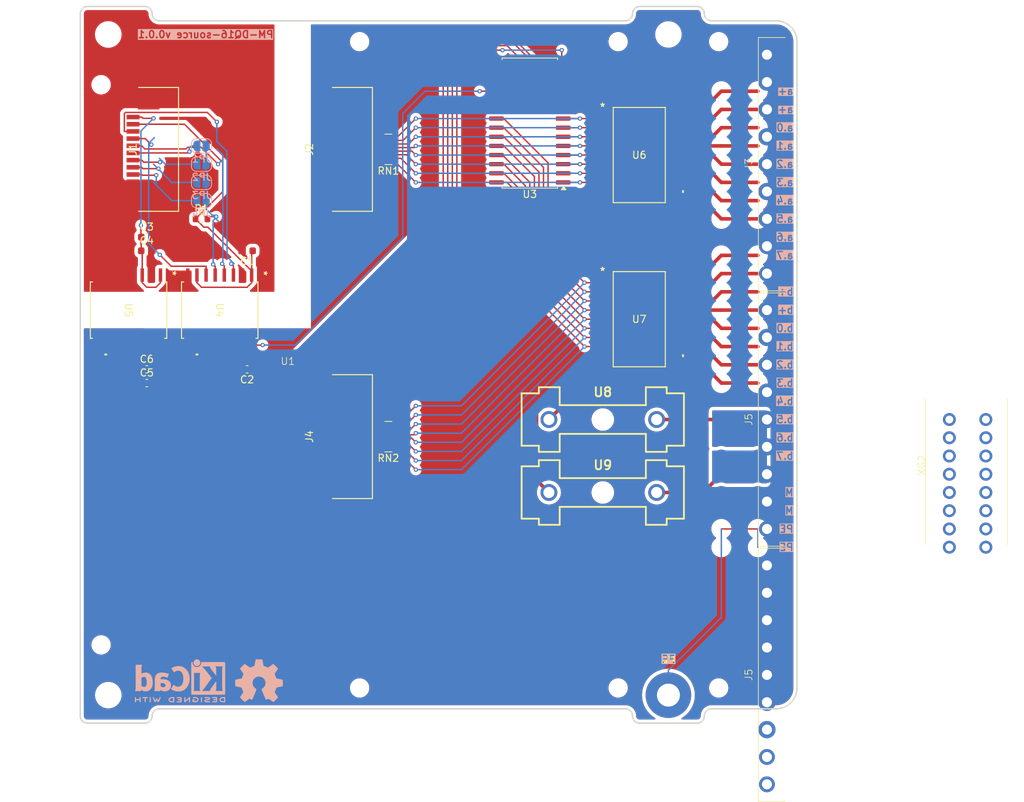
<source format=kicad_pcb>
(kicad_pcb (version 20240108) (generator "pcbnew") (generator_version "8.0")
  (title_block (title "${article} v${version}"))
  (layers (0 "F.Cu" signal) (31 "B.Cu" signal) (34 "B.Paste" user) (35 "F.Paste" user) (36 "B.SilkS" user "B.Silkscreen") (37 "F.SilkS" user "F.Silkscreen") (38 "B.Mask" user) (39 "F.Mask" user) (44 "Edge.Cuts" user))
  (property "article" "PM-DQ16-source")
  (property "version" "0.0.1")
  (net 0 "")
  (net 1 "/MOSI")
  (net 2 "/CS")
  (net 3 "/MISO")
  (net 4 "GND")
  (net 5 "/SCK")
  (net 6 "+3.3V")
  (net 7 "+5V")
  (net 8 "/CS3")
  (net 9 "/CS0")
  (net 10 "/CS1")
  (net 11 "/CS2")
  (net 14 "+5V_ISO")
  (net 15 "GND_ISO")
  (net 16 "/CS_ISO")
  (net 17 "/SCK_ISO")
  (net 18 "/MISO_ISO")
  (net 19 "/MOSI_ISO")
  (net 20 "/a.0_in")
  (net 21 "/b.0_in")
  (net 22 "/b.7_in")
  (net 23 "/b.5_in")
  (net 24 "/a.2_in")
  (net 25 "/b.6_in")
  (net 26 "/a.3_in")
  (net 27 "/a.5_in")
  (net 28 "/a.7_in")
  (net 29 "/b.2_in")
  (net 30 "/b.1_in")
  (net 31 "/b.4_in")
  (net 32 "/a.4_in")
  (net 33 "/a.6_in")
  (net 34 "/b.3_in")
  (net 35 "/a.1_in")
  (net 36 "/a.1_out")
  (net 37 "/a.3_out")
  (net 38 "/a.0_out")
  (net 39 "/a.7_out")
  (net 40 "/a.6_out")
  (net 41 "/a.4_out")
  (net 42 "/a.2_out")
  (net 43 "/a.5_out")
  (net 44 "/b.3_out")
  (net 45 "/b.5_out")
  (net 46 "/b.4_out")
  (net 47 "/b.2_out")
  (net 48 "/b.0_out")
  (net 49 "/b.1_out")
  (net 50 "/b.7_out")
  (net 51 "/b.6_out")
  (net 52 "Net-(J4-Pin_9)")
  (net 54 "Net-(J2-Pin_6)")
  (net 55 "Net-(J2-Pin_8)")
  (net 56 "Net-(J2-Pin_2)")
  (net 57 "Net-(J2-Pin_5)")
  (net 58 "Net-(J2-Pin_9)")
  (net 59 "Net-(J2-Pin_4)")
  (net 60 "Net-(J2-Pin_3)")
  (net 61 "Net-(J2-Pin_7)")
  (net 62 "/PE")
  (net 63 "Net-(J4-Pin_4)")
  (net 64 "Net-(J4-Pin_3)")
  (net 65 "Net-(J4-Pin_6)")
  (net 66 "Net-(J4-Pin_2)")
  (net 67 "Net-(J4-Pin_5)")
  (net 68 "Net-(J4-Pin_8)")
  (net 70 "Net-(J4-Pin_7)")
  (net 71 "+V_a")
  (net 72 "+V_b")
  (net 73 "Net-(U6-VCC)")
  (net 74 "Net-(U7-VCC)")
  (net 75 "Net-(XG2-Pin_5)")
  (net 76 "Net-(XG2-Pin_7)")
  (footprint "kicad_inventree_lib:SOP18-P-375-1p27_TOS-M" (layer "F.Cu") (at 102.94 70.79)
    (property "Reference" "U6")
    (property "Value" "TBD62783AFG")
  )
  (footprint "kicad_inventree_lib:PM-ESP32C3_v0.0.3" (layer "F.Cu") (at 54 100)
    (property "Reference" "U1")
    (property "Value" "~")
  )
  (footprint "kicad_inventree_lib:15EDGRC-3.81-09P" (layer "F.Cu") (at 120.72 122.86 90)
    (property "Reference" "J5")
    (property "Value" "15EDGRC-3.81-09P")
  )
  (footprint "NextPCB:Fuseholder" (layer "F.Cu") (at 97.86 107.62)
    (property "Reference" "U8")
    (property "Value" "64900001039" (hide yes))
  )
  (footprint "Resistor_SMD:R_Array_Convex_8x0602" (layer "F.Cu") (at 68 110 180)
    (property "Reference" "RN2")
    (property "Value" "R_Pack08")
  )
  (footprint "kicad_inventree_lib:15EDGRC-3.81-09P" (layer "F.Cu") (at 120.72 87.3 90)
    (property "Reference" "J3")
    (property "Value" "15EDGRC-3.81-09P")
  )
  (footprint "Capacitor_SMD:C_0603_1608Metric" (layer "F.Cu") (at 34.36 102.54)
    (property "Reference" "C5")
    (property "Value" "10uF")
  )
  (footprint "Capacitor_SMD:C_0603_1608Metric" (layer "F.Cu") (at 48.33 84.125 180)
    (property "Reference" "C1")
    (property "Value" "100nF")
  )
  (footprint "MountingHole:MountingHole_3.2mm_M3" (layer "F.Cu") (at 29 146)
    (property "Reference" "H3" (hide yes))
    (property "Value" "MountingHole")
  )
  (footprint "NextPCB:Fuseholder" (layer "F.Cu") (at 97.86 117.78)
    (property "Reference" "U9")
    (property "Value" "64900001039" (hide yes))
  )
  (footprint "kicad_inventree_lib:DG141R-2.54-08P" (layer "F.Cu") (at 154.22 126.3 90)
    (property "Reference" "XG2")
    (property "Value" "DG141R-2.54-08P" (hide yes))
  )
  (footprint "kicad_inventree_lib:SOP18-P-375-1p27_TOS-M" (layer "F.Cu") (at 102.94 93.65)
    (property "Reference" "U7")
    (property "Value" "TBD62783AFG")
  )
  (footprint "Capacitor_SMD:C_0603_1608Metric" (layer "F.Cu") (at 34.36 82.22)
    (property "Reference" "C3")
    (property "Value" "100nF")
  )
  (footprint "kicad_inventree_lib:PM-LED_v0.0.2" (layer "F.Cu") (at 110 100)
    (property "Reference" "U2" (hide yes))
    (property "Value" "PM-LED8_v0.0.2")
  )
  (footprint "Package_SO:SOIC-28W_7.5x17.9mm_P1.27mm" (layer "F.Cu") (at 87.7 66.345 180)
    (property "Reference" "U3")
    (property "Value" "MCP23S17_SO")
  )
  (footprint "MountingHole:MountingHole_3.2mm_M3" (layer "F.Cu") (at 29 54)
    (property "Reference" "H2" (hide yes))
    (property "Value" "MountingHole")
  )
  (footprint "kicad_inventree_lib:15EDGRC-3.81-09P" (layer "F.Cu") (at 120.72 158.42 90)
    (property "Reference" "J5")
    (property "Value" "15EDGRC-3.81-09P")
  )
  (footprint "MountingHole:MountingHole_3.2mm_M3" (layer "F.Cu") (at 107 54)
    (property "Reference" "H1" (hide yes))
    (property "Value" "MountingHole")
  )
  (footprint "Capacitor_SMD:C_0603_1608Metric" (layer "F.Cu") (at 34.36 84.125)
    (property "Reference" "C4")
    (property "Value" "10uF")
  )
  (footprint "kicad_inventree_lib:CONN10_AFA07-S10_JUS" (layer "F.Cu") (at 36 70 90)
    (property "Reference" "J1")
    (property "Value" "AFA07-S10FCC-00")
  )
  (footprint "kicad_inventree_lib:SOIC16-WBW_CLG-M" (layer "F.Cu") (at 44.52 92.38 -90)
    (property "Reference" "U4")
    (property "Value" "CA-IS3741HW")
  )
  (footprint "Resistor_SMD:R_Array_Convex_8x0602" (layer "F.Cu") (at 68 70 180)
    (property "Reference" "RN1")
    (property "Value" "R_Pack08")
  )
  (footprint "Capacitor_SMD:C_0603_1608Metric" (layer "F.Cu") (at 34.36 100.635)
    (property "Reference" "C6")
    (property "Value" "100nF")
  )
  (footprint "Resistor_SMD:R_0603_1608Metric" (layer "F.Cu") (at 41.98 79.68)
    (property "Reference" "R1")
    (property "Value" "10k")
  )
  (footprint "kicad_inventree_lib:SOIC16-WBW_CLG-M" (layer "F.Cu") (at 31.82 92.38 -90)
    (property "Reference" "U5")
    (property "Value" "CA-IS3105W")
  )
  (footprint "Capacitor_SMD:C_0603_1608Metric" (layer "F.Cu") (at 48.33 100.635 180)
    (property "Reference" "C2")
    (property "Value" "100nF")
  )
  (footprint "kicad_inventree_lib:CONN10_AFA07-S10_JUS" (layer "F.Cu") (at 63 70 90)
    (property "Reference" "J2")
    (property "Value" "AFA07-S10FCC-00")
  )
  (footprint "kicad_inventree_lib:PE" (layer "F.Cu") (at 107 146)
    (property "Reference" "PE1" (hide yes))
    (property "Value" "PE")
  )
  (footprint "kicad_inventree_lib:CONN10_AFA07-S10_JUS" (layer "F.Cu") (at 63 110 90)
    (property "Reference" "J4")
    (property "Value" "AFA07-S10FCC-00")
  )
  (footprint "Jumper:SolderJumper-2_P1.3mm_Open_RoundedPad1.0x1.5mm" (layer "B.Cu") (at 41.98 72.06)
    (property "Reference" "JP2")
    (property "Value" "SolderJumper_2_Open")
  )
  (footprint "Jumper:SolderJumper-2_P1.3mm_Open_RoundedPad1.0x1.5mm" (layer "B.Cu") (at 41.98 77.14)
    (property "Reference" "JP4")
    (property "Value" "SolderJumper_2_Open")
  )
  (footprint "Jumper:SolderJumper-2_P1.3mm_Open_RoundedPad1.0x1.5mm" (layer "B.Cu") (at 41.98 69.52)
    (property "Reference" "JP1")
    (property "Value" "SolderJumper_2_Open")
  )
  (footprint "Jumper:SolderJumper-2_P1.3mm_Open_RoundedPad1.0x1.5mm" (layer "B.Cu") (at 41.98 74.6)
    (property "Reference" "JP3")
    (property "Value" "SolderJumper_2_Open")
  )
  (footprint "Symbol:KiCad-Logo2_5mm_SilkScreen" (layer "B.Cu") (at 39 144 180)
    (property "Reference" "kicad_logo" (hide yes))
    (property "Value" "KiCad-Logo2_5mm_SilkScreen" (hide yes))
  )
  (footprint "Symbol:OSHW-Symbol_6.7x6mm_SilkScreen" (layer "B.Cu") (at 50 144 180)
    (property "Reference" "oshw_logo" (hide yes))
    (property "Value" "OSHW-Symbol_6.7x6mm_SilkScreen" (hide yes))
  )
  (gr_arc (start 122 52.1) (mid 124.05061 52.94939) (end 124.9 55) (stroke (width 0.2)) (layer "Edge.Cuts"))
  (gr_arc (start 111 50.1) (mid 111.707107 50.392893) (end 112 51.1) (stroke (width 0.2)) (layer "Edge.Cuts"))
  (gr_arc (start 34.1 50.1) (mid 34.807107 50.392893) (end 35.1 51.1) (stroke (width 0.2)) (layer "Edge.Cuts"))
  (gr_line (start 26.1 149.9) (end 34.1 149.9) (stroke (width 0.2)) (layer "Edge.Cuts"))
  (gr_arc (start 102 51.1) (mid 101.707107 51.807107) (end 101 52.1) (stroke (width 0.2)) (layer "Edge.Cuts"))
  (gr_arc (start 25.1 51.1) (mid 25.392893 50.392893) (end 26.1 50.1) (stroke (width 0.2)) (layer "Edge.Cuts"))
  (gr_arc (start 35.1 148.9) (mid 34.807107 149.607107) (end 34.1 149.9) (stroke (width 0.2)) (layer "Edge.Cuts"))
  (gr_arc (start 102 51.1) (mid 102.292893 50.392893) (end 103 50.1) (stroke (width 0.2)) (layer "Edge.Cuts"))
  (gr_line (start 36.1 52.1) (end 101 52.1) (stroke (width 0.2)) (layer "Edge.Cuts"))
  (gr_arc (start 112 148.9) (mid 111.707107 149.607107) (end 111 149.9) (stroke (width 0.2)) (layer "Edge.Cuts"))
  (gr_arc (start 36.1 52.1) (mid 35.392893 51.807107) (end 35.1 51.1) (stroke (width 0.2)) (layer "Edge.Cuts"))
  (gr_line (start 101 147.9) (end 36.1 147.9) (stroke (width 0.2)) (layer "Edge.Cuts"))
  (gr_line (start 113 147.9) (end 122 147.9) (stroke (width 0.2)) (layer "Edge.Cuts"))
  (gr_arc (start 103 149.9) (mid 102.292893 149.607107) (end 102 148.9) (stroke (width 0.2)) (layer "Edge.Cuts"))
  (gr_arc (start 26.1 149.9) (mid 25.392893 149.607107) (end 25.1 148.9) (stroke (width 0.2)) (layer "Edge.Cuts"))
  (gr_arc (start 113 52.1) (mid 112.292893 51.807107) (end 112 51.1) (stroke (width 0.2)) (layer "Edge.Cuts"))
  (gr_line (start 124.9 55) (end 124.9 145) (stroke (width 0.2)) (layer "Edge.Cuts"))
  (gr_line (start 26.1 50.1) (end 34.1 50.1) (stroke (width 0.2)) (layer "Edge.Cuts"))
  (gr_arc (start 112 148.9) (mid 112.292893 148.192893) (end 113 147.9) (stroke (width 0.2)) (layer "Edge.Cuts"))
  (gr_line (start 122 52.1) (end 113 52.1) (stroke (width 0.2)) (layer "Edge.Cuts"))
  (gr_line (start 25.1 51.1) (end 25.1 148.9) (stroke (width 0.2)) (layer "Edge.Cuts"))
  (gr_arc (start 124.9 145) (mid 124.05061 147.05061) (end 122 147.9) (stroke (width 0.2)) (layer "Edge.Cuts"))
  (gr_arc (start 35.1 148.9) (mid 35.392891 148.192891) (end 36.1 147.9) (stroke (width 0.2)) (layer "Edge.Cuts"))
  (gr_line (start 111 50.1) (end 103 50.1) (stroke (width 0.2)) (layer "Edge.Cuts"))
  (gr_line (start 103 149.9) (end 111 149.9) (stroke (width 0.2)) (layer "Edge.Cuts"))
  (gr_arc (start 101 147.9) (mid 101.707107 148.192893) (end 102 148.9) (stroke (width 0.2)) (layer "Edge.Cuts"))
  (gr_text "a.6" (at 124.53 82.22 0) (layer "B.SilkS" knockout) (effects (font (size 1 1) (thickness 0.2) (bold yes)) (justify left mirror)))
  (gr_text "a.4" (at 124.53 77.14 0) (layer "B.SilkS" knockout) (effects (font (size 1 1) (thickness 0.2) (bold yes)) (justify left mirror)))
  (gr_text "a.0" (at 124.53 66.98 0) (layer "B.SilkS" knockout) (effects (font (size 1 1) (thickness 0.2) (bold yes)) (justify left mirror)))
  (gr_text "b.1" (at 124.53 97.46 0) (layer "B.SilkS" knockout) (effects (font (size 1 1) (thickness 0.2) (bold yes)) (justify left mirror)))
  (gr_text "a+" (at 124.53 61.9 0) (layer "B.SilkS" knockout) (effects (font (size 1 1) (thickness 0.2) (bold yes)) (justify left mirror)))
  (gr_text "M" (at 124.53 117.78 0) (layer "B.SilkS" knockout) (effects (font (size 1 1) (thickness 0.2) (bold yes)) (justify left mirror)))
  (gr_text "a+" (at 124.53 64.44 0) (layer "B.SilkS" knockout) (effects (font (size 1 1) (thickness 0.2) (bold yes)) (justify left mirror)))
  (gr_text "b+" (at 124.53 89.84 0) (layer "B.SilkS" knockout) (effects (font (size 1 1) (thickness 0.2) (bold yes)) (justify left mirror)))
  (gr_text "b.5" (at 124.53 107.62 0) (layer "B.SilkS" knockout) (effects (font (size 1 1) (thickness 0.2) (bold yes)) (justify left mirror)))
  (gr_text "a.3" (at 124.53 74.6 0) (layer "B.SilkS" knockout) (effects (font (size 1 1) (thickness 0.2) (bold yes)) (justify left mirror)))
  (gr_text "b.3" (at 124.53 102.54 0) (layer "B.SilkS" knockout) (effects (font (size 1 1) (thickness 0.2) (bold yes)) (justify left mirror)))
  (gr_text "b+" (at 124.53 92.38 0) (layer "B.SilkS" knockout) (effects (font (size 1 1) (thickness 0.2) (bold yes)) (justify left mirror)))
  (gr_text "b.6" (at 124.53 110.16 0) (layer "B.SilkS" knockout) (effects (font (size 1 1) (thickness 0.2) (bold yes)) (justify left mirror)))
  (gr_text "a.1" (at 124.53 69.52 0) (layer "B.SilkS" knockout) (effects (font (size 1 1) (thickness 0.2) (bold yes)) (justify left mirror)))
  (gr_text "b.2" (at 124.53 100 0) (layer "B.SilkS" knockout) (effects (font (size 1 1) (thickness 0.2) (bold yes)) (justify left mirror)))
  (gr_text "M" (at 124.53 120.32 0) (layer "B.SilkS" knockout) (effects (font (size 1 1) (thickness 0.2) (bold yes)) (justify left mirror)))
  (gr_text "PE" (at 124.53 122.86 0) (layer "B.SilkS" knockout) (effects (font (size 1 1) (thickness 0.2) (bold yes)) (justify left mirror)))
  (gr_text "b.7" (at 124.53 112.7 0) (layer "B.SilkS" knockout) (effects (font (size 1 1) (thickness 0.2) (bold yes)) (justify left mirror)))
  (gr_text "${article} v${version}" (at 33 54 0) (layer "B.SilkS" knockout) (effects (font (size 1 1) (thickness 0.2) (bold yes)) (justify right mirror)))
  (gr_text "a.2" (at 124.53 72.06 0) (layer "B.SilkS" knockout) (effects (font (size 1 1) (thickness 0.2) (bold yes)) (justify left mirror)))
  (gr_text "a.7" (at 124.53 84.76 0) (layer "B.SilkS" knockout) (effects (font (size 1 1) (thickness 0.2) (bold yes)) (justify left mirror)))
  (gr_text "PE" (at 124.53 125.4 0) (layer "B.SilkS" knockout) (effects (font (size 1 1) (thickness 0.2) (bold yes)) (justify left mirror)))
  (gr_text "b.4" (at 124.53 105.08 0) (layer "B.SilkS" knockout) (effects (font (size 1 1) (thickness 0.2) (bold yes)) (justify left mirror)))
  (gr_text "PE" (at 107 141 -0) (layer "B.SilkS" knockout) (effects (font (size 1 1) (thickness 0.2) (bold yes)) (justify mirror)))
  (gr_text "b.0" (at 124.53 94.92 0) (layer "B.SilkS" knockout) (effects (font (size 1 1) (thickness 0.2) (bold yes)) (justify left mirror)))
  (gr_text "a.5" (at 124.53 79.68 0) (layer "B.SilkS" knockout) (effects (font (size 1 1) (thickness 0.2) (bold yes)) (justify left mirror)))
  (gr_text "PE" (at 107 141 0) (layer "F.SilkS" knockout) (effects (font (size 1 1) (thickness 0.2) (bold yes))))
  (segment (start 31.2406 67.5) (end 31.2406 65.0164) (width 0.2) (layer "F.Cu") (net 1))
  (segment (start 42.8024 64.8604) (end 44.1178 66.1758) (width 0.2) (layer "F.Cu") (net 1))
  (segment (start 31.3966 64.8604) (end 42.8024 64.8604) (width 0.2) (layer "F.Cu") (net 1))
  (segment (start 32.444 67.5) (end 31.2406 67.5) (width 0.2) (layer "F.Cu") (net 1))
  (segment (start 31.2406 65.0164) (end 31.3966 64.8604) (width 0.2) (layer "F.Cu") (net 1))
  (segment (start 46.1274 85.9348) (end 46.425 86.2324) (width 0.2) (layer "F.Cu") (net 1))
  (segment (start 46.425 86.2324) (end 46.425 87.5032) (width 0.2) (layer "F.Cu") (net 1))
  (via (at 46.1274 85.9348) (size 0.6) (drill 0.3) (layers "F.Cu" "B.Cu") (net 1))
  (via (at 44.1178 66.1758) (size 0.6) (drill 0.3) (layers "F.Cu" "B.Cu") (net 1))
  (segment (start 44.3592 69.117) (end 45.536 70.2938) (width 0.2) (layer "B.Cu") (net 1))
  (segment (start 45.536 70.2938) (end 45.536 84.9491) (width 0.2) (layer "B.Cu") (net 1))
  (segment (start 44.1178 68.8756) (end 44.1178 66.1758) (width 0.2) (layer "B.Cu") (net 1))
  (segment (start 46.1274 85.5405) (end 46.5217 85.9348) (width 0.2) (layer "B.Cu") (net 1))
  (segment (start 46.1274 85.5405) (end 46.1274 85.9348) (width 0.2) (layer "B.Cu") (net 1))
  (segment (start 45.536 84.9491) (end 46.1274 85.5405) (width 0.2) (layer "B.Cu") (net 1))
  (segment (start 44.3592 69.117) (end 44.1178 68.8756) (width 0.2) (layer "B.Cu") (net 1))
  (segment (start 43.1185 79.3665) (end 42.805 79.68) (width 0.2) (layer "F.Cu") (net 2))
  (segment (start 43.8591 86.2744) (end 43.885 86.2744) (width 0.2) (layer "F.Cu") (net 2))
  (segment (start 43.885 87.5032) (end 43.885 86.2744) (width 0.2) (layer "F.Cu") (net 2))
  (segment (start 43.6023 86.0176) (end 43.8591 86.2744) (width 0.2) (layer "F.Cu") (net 2))
  (segment (start 44.0294 79.3665) (end 43.1185 79.3665) (width 0.2) (layer "F.Cu") (net 2))
  (via (at 43.6023 86.0176) (size 0.6) (drill 0.3) (layers "F.Cu" "B.Cu") (net 2))
  (via (at 44.0294 79.3665) (size 0.6) (drill 0.3) (layers "F.Cu" "B.Cu") (net 2))
  (segment (start 43.9139 79.5964) (end 44.3418 80.0244) (width 0.2) (layer "B.Cu") (net 2))
  (segment (start 43.8314 79.1685) (end 44.0294 79.3665) (width 0.2) (layer "B.Cu") (net 2))
  (segment (start 42.63 77.14) (end 42.63 78.3126) (width 0.2) (layer "B.Cu") (net 2))
  (segment (start 43.4859 79.1685) (end 43.9139 79.5964) (width 0.2) (layer "B.Cu") (net 2))
  (segment (start 43.6023 79.908) (end 43.6023 86.0176) (width 0.2) (layer "B.Cu") (net 2))
  (segment (start 42.63 74.6) (end 42.63 77.14) (width 0.2) (layer "B.Cu") (net 2))
  (segment (start 42.63 78.3126) (end 43.4859 79.1685) (width 0.2) (layer "B.Cu") (net 2))
  (segment (start 42.63 69.52) (end 42.63 72.06) (width 0.2) (layer "B.Cu") (net 2))
  (segment (start 43.9139 79.5964) (end 43.6023 79.908) (width 0.2) (layer "B.Cu") (net 2))
  (segment (start 42.63 74.6) (end 42.63 72.06) (width 0.2) (layer "B.Cu") (net 2))
  (segment (start 43.4859 79.1685) (end 43.8314 79.1685) (width 0.2) (layer "B.Cu") (net 2))
  (segment (start 42.615 86.2744) (end 37.7612 86.2744) (width 0.2) (layer "F.Cu") (net 3))
  (segment (start 32.444 68.5) (end 34.145 68.5) (width 0.2) (layer "F.Cu") (net 3))
  (segment (start 37.7612 86.2744) (end 36.1754 84.6886) (width 0.2) (layer "F.Cu") (net 3))
  (segment (start 34.145 68.5) (end 34.9851 69.3401) (width 0.2) (layer "F.Cu") (net 3))
  (segment (start 42.615 87.5032) (end 42.615 86.2744) (width 0.2) (layer "F.Cu") (net 3))
  (via (at 36.1754 84.6886) (size 0.6) (drill 0.3) (layers "F.Cu" "B.Cu") (net 3))
  (via (at 34.9851 69.3401) (size 0.6) (drill 0.3) (layers "F.Cu" "B.Cu") (net 3))
  (segment (start 34.6301 69.1492) (end 34.7122 69.0671) (width 0.2) (layer "B.Cu") (net 3))
  (segment (start 36.1754 84.6886) (end 34.6301 83.1433) (width 0.2) (layer "B.Cu") (net 3))
  (segment (start 34.6301 83.1433) (end 34.6301 69.1492) (width 0.2) (layer "B.Cu") (net 3))
  (segment (start 34.7122 69.0672) (end 34.7122 69.0671) (width 0.2) (layer "B.Cu") (net 3))
  (segment (start 34.7122 69.0671) (end 35.4082 68.3711) (width 0.2) (layer "B.Cu") (net 3))
  (segment (start 34.9851 69.3401) (end 34.7122 69.0672) (width 0.2) (layer "B.Cu") (net 3))
  (segment (start 35.135 84.125) (end 35.135 82.22) (width 0.2) (layer "F.Cu") (net 4))
  (segment (start 34.614001 76.850002) (end 32.444 74.680001) (width 0.2) (layer "F.Cu") (net 4))
  (segment (start 32.444 74.680001) (end 32.444 74.499991) (width 0.2) (layer "F.Cu") (net 4))
  (segment (start 35.135 82.22) (end 35.135 77.371001) (width 0.2) (layer "F.Cu") (net 4))
  (segment (start 35.135 77.371001) (end 34.614001 76.850002) (width 0.2) (layer "F.Cu") (net 4))
  (segment (start 35.135 87.3632) (end 34.995 87.5032) (width 0.2) (layer "F.Cu") (net 4))
  (segment (start 35.135 84.125) (end 35.135 87.3632) (width 0.2) (layer "F.Cu") (net 4))
  (segment (start 33.6474 69.5) (end 34.0892 69.9418) (width 0.2) (layer "F.Cu") (net 5))
  (segment (start 45.155 86.2324) (end 45.155 87.5032) (width 0.2) (layer "F.Cu") (net 5))
  (segment (start 41.9378 69.713) (end 44.283 72.0582) (width 0.2) (layer "F.Cu") (net 5))
  (segment (start 40.0522 69.713) (end 41.9378 69.713) (width 0.2) (layer "F.Cu") (net 5))
  (segment (start 44.8574 85.9348) (end 45.155 86.2324) (width 0.2) (layer "F.Cu") (net 5))
  (segment (start 32.444 69.5) (end 33.6474 69.5) (width 0.2) (layer "F.Cu") (net 5))
  (segment (start 34.0892 69.9418) (end 39.8234 69.9418) (width 0.2) (layer "F.Cu") (net 5))
  (segment (start 39.8234 69.9418) (end 40.0522 69.713) (width 0.2) (layer "F.Cu") (net 5))
  (via (at 44.283 72.0582) (size 0.6) (drill 0.3) (layers "F.Cu" "B.Cu") (net 5))
  (via (at 44.8574 85.9348) (size 0.6) (drill 0.3) (layers "F.Cu" "B.Cu") (net 5))
  (segment (start 44.283 72.0582) (end 44.953 71.3882) (width 0.2) (layer "B.Cu") (net 5))
  (segment (start 44.953 85.6384) (end 44.8574 85.734) (width 0.2) (layer "B.Cu") (net 5))
  (segment (start 44.8574 85.734) (end 44.8574 85.9348) (width 0.2) (layer "B.Cu") (net 5))
  (segment (start 44.1251 69.9364) (end 44.953 70.7643) (width 0.2) (layer "B.Cu") (net 5))
  (segment (start 44.953 71.3882) (end 44.953 85.6384) (width 0.2) (layer "B.Cu") (net 5))
  (segment (start 44.8574 85.734) (end 44.7867 85.8047) (width 0.2) (layer "B.Cu") (net 5))
  (segment (start 44.953 70.7643) (end 44.953 71.3882) (width 0.2) (layer "B.Cu") (net 5))
  (segment (start 48.33 89.205) (end 48.965 88.57) (width 0.2) (layer "F.Cu") (net 6))
  (segment (start 42.3048 80.8298) (end 41.155 79.68) (width 0.2) (layer "F.Cu") (net 6))
  (segment (start 41.98 89.205) (end 48.33 89.205) (width 0.2) (layer "F.Cu") (net 6))
  (segment (start 48.965 86.9378) (end 42.857 80.8298) (width 0.2) (layer "F.Cu") (net 6))
  (segment (start 41.155 79.68) (end 44.9341 75.9009) (width 0.2) (layer "F.Cu") (net 6))
  (segment (start 48.965 87.5032) (end 48.965 84.265) (width 0.2) (layer "F.Cu") (net 6))
  (segment (start 44.9341 71.8201) (end 39.614 66.5) (width 0.2) (layer "F.Cu") (net 6))
  (segment (start 41.345 87.5032) (end 41.345 88.57) (width 0.2) (layer "F.Cu") (net 6))
  (segment (start 48.965 88.57) (end 48.965 87.5032) (width 0.2) (layer "F.Cu") (net 6))
  (segment (start 44.9341 75.9009) (end 44.9341 71.8201) (width 0.2) (layer "F.Cu") (net 6))
  (segment (start 41.345 88.57) (end 41.98 89.205) (width 0.2) (layer "F.Cu") (net 6))
  (segment (start 42.857 80.8298) (end 42.3048 80.8298) (width 0.2) (layer "F.Cu") (net 6))
  (segment (start 48.965 84.265) (end 49.105 84.125) (width 0.2) (layer "F.Cu") (net 6))
  (segment (start 39.614 66.5) (end 32.444 66.5) (width 0.2) (layer "F.Cu") (net 6))
  (segment (start 36.265 88.57) (end 36.265 87.5032) (width 0.2) (layer "F.Cu") (net 7))
  (segment (start 33.725 87.5032) (end 33.725 88.57) (width 0.2) (layer "F.Cu") (net 7))
  (segment (start 34.36 89.205) (end 35.63 89.205) (width 0.2) (layer "F.Cu") (net 7))
  (segment (start 33.8276 65.6802) (end 33.6474 65.5) (width 0.2) (layer "F.Cu") (net 7))
  (segment (start 35.63 89.205) (end 36.265 88.57) (width 0.2) (layer "F.Cu") (net 7))
  (segment (start 35.2942 65.6802) (end 33.8276 65.6802) (width 0.2) (layer "F.Cu") (net 7))
  (segment (start 33.585 83.1725) (end 33.5451 83.1326) (width 0.2) (layer "F.Cu") (net 7))
  (segment (start 33.5451 83.1326) (end 33.5451 80.5776) (width 0.2) (layer "F.Cu") (net 7))
  (segment (start 33.725 84.265) (end 33.585 84.125) (width 0.2) (layer "F.Cu") (net 7))
  (segment (start 33.585 84.125) (end 33.585 82.22) (width 0.2) (layer "F.Cu") (net 7))
  (segment (start 33.725 87.5032) (end 33.725 84.265) (width 0.2) (layer "F.Cu") (net 7))
  (segment (start 33.725 88.57) (end 34.36 89.205) (width 0.2) (layer "F.Cu") (net 7))
  (segment (start 32.444 65.5) (end 33.6474 65.5) (width 0.2) (layer "F.Cu") (net 7))
  (via (at 33.5451 80.5776) (size 0.6) (drill 0.3) (layers "F.Cu" "B.Cu") (net 7))
  (via (at 35.2942 65.6802) (size 0.6) (drill 0.3) (layers "F.Cu" "B.Cu") (net 7))
  (segment (start 33.5451 80.5776) (end 33.5451 67.4293) (width 0.2) (layer "B.Cu") (net 7))
  (segment (start 33.5451 67.4293) (end 35.2942 65.6802) (width 0.2) (layer "B.Cu") (net 7))
  (segment (start 32.444 73.5) (end 33.6474 73.5) (width 0.2) (layer "F.Cu") (net 8))
  (segment (start 35.6768 73.5995) (end 33.7469 73.5995) (width 0.2) (layer "F.Cu") (net 8))
  (segment (start 33.7469 73.5995) (end 33.6474 73.5) (width 0.2) (layer "F.Cu") (net 8))
  (via (at 35.6768 73.5995) (size 0.6) (drill 0.3) (layers "F.Cu" "B.Cu") (net 8))
  (segment (start 35.6768 74.9597) (end 35.6768 73.5995) (width 0.2) (layer "B.Cu") (net 8))
  (segment (start 35.6768 74.9597) (end 35.2765 74.5594) (width 0.2) (layer "B.Cu") (net 8))
  (segment (start 37.8571 77.14) (end 35.6768 74.9597) (width 0.2) (layer "B.Cu") (net 8))
  (segment (start 41.33 77.14) (end 37.8571 77.14) (width 0.2) (layer "B.Cu") (net 8))
  (segment (start 32.444 70.5) (end 40.116 70.5) (width 0.2) (layer "F.Cu") (net 9))
  (segment (start 40.116 70.5) (end 40.3013 70.3147) (width 0.2) (layer "F.Cu") (net 9))
  (via (at 40.3013 70.3147) (size 0.6) (drill 0.3) (layers "F.Cu" "B.Cu") (net 9))
  (segment (start 40.3013 70.3147) (end 40.2664 70.2798) (width 0.2) (layer "B.Cu") (net 9))
  (segment (start 41.33 69.52) (end 40.5725 69.52) (width 0.2) (layer "B.Cu") (net 9))
  (segment (start 40.5725 69.52) (end 40.2664 69.8261) (width 0.2) (layer "B.Cu") (net 9))
  (segment (start 40.2664 70.2798) (end 40.2664 69.8261) (width 0.2) (layer "B.Cu") (net 9))
  (segment (start 36.2179 71.7839) (end 33.9313 71.7839) (width 0.2) (layer "F.Cu") (net 10))
  (segment (start 32.444 71.5) (end 33.6474 71.5) (width 0.2) (layer "F.Cu") (net 10))
  (segment (start 33.9313 71.7839) (end 33.6474 71.5) (width 0.2) (layer "F.Cu") (net 10))
  (via (at 36.2179 71.7839) (size 0.6) (drill 0.3) (layers "F.Cu" "B.Cu") (net 10))
  (segment (start 36.5211 71.6525) (end 36.3493 71.6525) (width 0.2) (layer "B.Cu") (net 10))
  (segment (start 36.9286 72.06) (end 36.5211 71.6525) (width 0.2) (layer "B.Cu") (net 10))
  (segment (start 41.33 72.06) (end 36.9286 72.06) (width 0.2) (layer "B.Cu") (net 10))
  (segment (start 36.5211 71.6525) (end 36.1136 71.245) (width 0.2) (layer "B.Cu") (net 10))
  (segment (start 36.3493 71.6525) (end 36.2179 71.7839) (width 0.2) (layer "B.Cu") (net 10))
  (segment (start 33.8316 72.6842) (end 33.6474 72.5) (width 0.2) (layer "F.Cu") (net 11))
  (segment (start 35.9838 72.6842) (end 33.8316 72.6842) (width 0.2) (layer "F.Cu") (net 11))
  (segment (start 32.444 72.5) (end 33.6474 72.5) (width 0.2) (layer "F.Cu") (net 11))
  (via (at 35.9838 72.6842) (size 0.6) (drill 0.3) (layers "F.Cu" "B.Cu") (net 11))
  (segment (start 35.9277 72.6917) (end 35.2942 72.0582) (width 0.2) (layer "B.Cu") (net 11))
  (segment (start 35.9763 72.6917) (end 35.9838 72.6842) (width 0.2) (layer "B.Cu") (net 11))
  (segment (start 35.9277 72.6917) (end 35.9763 72.6917) (width 0.2) (layer "B.Cu") (net 11))
  (segment (start 41.33 74.6) (end 37.836 74.6) (width 0.2) (layer "B.Cu") (net 11))
  (segment (start 37.836 74.6) (end 35.9277 72.6917) (width 0.2) (layer "B.Cu") (net 11))
  (segment (start 48.965 97.2568) (end 48.965 96.19) (width 0.2) (layer "F.Cu") (net 14))
  (segment (start 33.725 100.495) (end 33.585 100.635) (width 0.2) (layer "F.Cu") (net 14))
  (segment (start 32.455 97.2568) (end 33.725 97.2568) (width 0.2) (layer "F.Cu") (net 14))
  (segment (start 41.345 95.555) (end 34.36 95.555) (width 0.2) (layer "F.Cu") (net 14))
  (segment (start 80.715 61.9) (end 83.05 61.9) (width 0.2) (layer "F.Cu") (net 14))
  (segment (start 48.965 96.19) (end 48.33 95.555) (width 0.2) (layer "F.Cu") (net 14))
  (segment (start 33.585 100.635) (end 33.585 102.54) (width 0.2) (layer "F.Cu") (net 14))
  (segment (start 33.725 96.19) (end 33.725 97.2568) (width 0.2) (layer "F.Cu") (net 14))
  (segment (start 83.05 61.9) (end 83.5753 61.9) (width 0.2) (layer "F.Cu") (net 14))
  (segment (start 33.725 97.2568) (end 33.725 100.495) (width 0.2) (layer "F.Cu") (net 14))
  (segment (start 34.36 95.555) (end 33.725 96.19) (width 0.2) (layer "F.Cu") (net 14))
  (segment (start 50.4932 97.2568) (end 50.5 97.25) (width 0.2) (layer "F.Cu") (net 14))
  (segment (start 48.965 100.495) (end 49.105 100.635) (width 0.2) (layer "F.Cu") (net 14))
  (segment (start 48.965 97.2568) (end 50.4932 97.2568) (width 0.2) (layer "F.Cu") (net 14))
  (segment (start 86.1153 64.44) (end 92.35 64.44) (width 0.2) (layer "F.Cu") (net 14))
  (segment (start 83.5753 61.9) (end 86.1153 64.44) (width 0.2) (layer "F.Cu") (net 14))
  (segment (start 48.965 97.2568) (end 48.965 100.495) (width 0.2) (layer "F.Cu") (net 14))
  (segment (start 48.33 95.555) (end 41.345 95.555) (width 0.2) (layer "F.Cu") (net 14))
  (segment (start 41.345 97.2568) (end 41.345 95.555) (width 0.2) (layer "F.Cu") (net 14))
  (via (at 50.5 97.25) (size 0.6) (drill 0.3) (layers "F.Cu" "B.Cu") (net 14))
  (via (at 80.715 61.9) (size 0.6) (drill 0.3) (layers "F.Cu" "B.Cu") (net 14))
  (segment (start 55.031422 97.25) (end 70 82.281422) (width 0.2) (layer "B.Cu") (net 14))
  (segment (start 70 65) (end 73.1 61.9) (width 0.2) (layer "B.Cu") (net 14))
  (segment (start 50.5 97.25) (end 55.031422 97.25) (width 0.2) (layer "B.Cu") (net 14))
  (segment (start 70 82.281422) (end 70 65) (width 0.2) (layer "B.Cu") (net 14))
  (segment (start 73.1 61.9) (end 80.715 61.9) (width 0.2) (layer "B.Cu") (net 14))
  (segment (start 76.905 58.09) (end 79.445 55.55) (width 0.2) (layer "F.Cu") (net 16))
  (segment (start 84.525 55.55) (end 90.875 61.9) (width 0.2) (layer "F.Cu") (net 16))
  (segment (start 76.905 79.045) (end 76.905 58.09) (width 0.2) (layer "F.Cu") (net 16))
  (segment (start 50.87 105.08) (end 75.635 80.315) (width 0.2) (layer "F.Cu") (net 16))
  (segment (start 90.875 61.9) (end 92.35 61.9) (width 0.2) (layer "F.Cu") (net 16))
  (segment (start 43.885 102.54) (end 46.425 105.08) (width 0.2) (layer "F.Cu") (net 16))
  (segment (start 79.445 55.55) (end 84.525 55.55) (width 0.2) (layer "F.Cu") (net 16))
  (segment (start 43.885 97.2568) (end 43.885 102.54) (width 0.2) (layer "F.Cu") (net 16))
  (segment (start 47.06 105.08) (end 50.87 105.08) (width 0.2) (layer "F.Cu") (net 16))
  (segment (start 75.635 80.315) (end 76.905 79.045) (width 0.2) (layer "F.Cu") (net 16))
  (segment (start 46.425 105.08) (end 47.06 105.08) (width 0.2) (layer "F.Cu") (net 16))
  (segment (start 45.155 97.2568) (end 45.155 102.470686) (width 0.2) (layer "F.Cu") (net 17))
  (segment (start 85.136875 54.915) (end 90.851875 60.63) (width 0.2) (layer "F.Cu") (net 17))
  (segment (start 45.155 101.905) (end 45.155 102.54) (width 0.2) (layer "F.Cu") (net 17))
  (segment (start 45.155 102.54) (end 47.06 104.445) (width 0.2) (layer "F.Cu") (net 17))
  (segment (start 45.155 102.470686) (end 45.155 101.905) (width 0.2) (layer "F.Cu") (net 17))
  (segment (start 47.06 104.445) (end 50.235 104.445) (width 0.2) (layer "F.Cu") (net 17))
  (segment (start 50.235 104.445) (end 75.635 79.045) (width 0.2) (layer "F.Cu") (net 17))
  (segment (start 76.27 58.09) (end 79.445 54.915) (width 0.2) (layer "F.Cu") (net 17))
  (segment (start 76.27 78.41) (end 76.27 58.09) (width 0.2) (layer "F.Cu") (net 17))
  (segment (start 79.445 54.915) (end 85.136875 54.915) (width 0.2) (layer "F.Cu") (net 17))
  (segment (start 75.635 79.045) (end 76.27 78.41) (width 0.2) (layer "F.Cu") (net 17))
  (segment (start 90.851875 60.63) (end 92.35 60.63) (width 0.2) (layer "F.Cu") (net 17))
  (segment (start 92.145 56.185) (end 92.145 57.885) (width 0.2) (layer "F.Cu") (net 18))
  (segment (start 45.79 105.715) (end 51.505 105.715) (width 0.2) (layer "F.Cu") (net 18))
  (segment (start 51.505 105.715) (end 75.635 81.585) (width 0.2) (layer "F.Cu") (net 18))
  (segment (start 42.615 97.2568) (end 42.615 102.54) (width 0.2) (layer "F.Cu") (net 18))
  (segment (start 75.635 81.585) (end 77.54 79.68) (width 0.2) (layer "F.Cu") (net 18))
  (segment (start 92.145 57.885) (end 92.35 58.09) (width 0.2) (layer "F.Cu") (net 18))
  (segment (start 42.615 102.54) (end 45.79 105.715) (width 0.2) (layer "F.Cu") (net 18))
  (segment (start 77.54 79.68) (end 77.54 58.09) (width 0.2) (layer "F.Cu") (net 18))
  (segment (start 79.445 56.185) (end 83.89 56.185) (width 0.2) (layer "F.Cu") (net 18))
  (segment (start 77.54 58.09) (end 79.445 56.185) (width 0.2) (layer "F.Cu") (net 18))
  (via (at 92.145 56.185) (size 0.6) (drill 0.3) (layers "F.Cu" "B.Cu") (net 18))
  (via (at 83.89 56.185) (size 0.6) (drill 0.3) (layers "F.Cu" "B.Cu") (net 18))
  (segment (start 83.89 56.185) (end 92.145 56.185) (width 0.2) (layer "B.Cu") (net 18))
  (segment (start 75.635 77.775) (end 75.635 58.09) (width 0.2) (layer "F.Cu") (net 19))
  (segment (start 90.24 59.36) (end 92.35 59.36) (width 0.2) (layer "F.Cu") (net 19))
  (segment (start 46.425 102.54) (end 47.695 103.81) (width 0.2) (layer "F.Cu") (net 19))
  (segment (start 46.425 97.2568) (end 46.425 102.54) (width 0.2) (layer "F.Cu") (net 19))
  (segment (start 49.6 103.81) (end 75.635 77.775) (width 0.2) (layer "F.Cu") (net 19))
  (segment (start 79.445 54.28) (end 85.16 54.28) (width 0.2) (layer "F.Cu") (net 19))
  (segment (start 85.16 54.28) (end 90.24 59.36) (width 0.2) (layer "F.Cu") (net 19))
  (segment (start 47.695 103.81) (end 49.6 103.81) (width 0.2) (layer "F.Cu") (net 19))
  (segment (start 75.635 58.09) (end 79.445 54.28) (width 0.2) (layer "F.Cu") (net 19))
  (segment (start 71.825 65.71) (end 69.285 68.25) (width 0.2) (layer "F.Cu") (net 20))
  (segment (start 92.35 65.71) (end 94.685 65.71) (width 0.2) (layer "F.Cu") (net 20))
  (segment (start 69.285 68.25) (end 68.9 68.25) (width 0.2) (layer "F.Cu") (net 20))
  (segment (start 94.685 65.71) (end 98.089202 65.71) (width 0.2) (layer "F.Cu") (net 20))
  (via (at 94.685 65.71) (size 0.6) (drill 0.3) (layers "F.Cu" "B.Cu") (net 20))
  (via (at 71.825 65.71) (size 0.6) (drill 0.3) (layers "F.Cu" "B.Cu") (net 20))
  (segment (start 94.685 65.71) (end 71.825 65.71) (width 0.2) (layer "B.Cu") (net 20))
  (segment (start 71.825 105.71) (end 69.285 108.25) (width 0.2) (layer "F.Cu") (net 21))
  (segment (start 90.24 83.49) (end 95.32 88.57) (width 0.2) (layer "F.Cu") (net 21))
  (segment (start 69.285 108.25) (end 68.9 108.25) (width 0.2) (layer "F.Cu") (net 21))
  (segment (start 95.32 88.57) (end 98.089202 88.57) (width 0.2) (layer "F.Cu") (net 21))
  (segment (start 84.074999 65.71) (end 90.24 71.875001) (width 0.2) (layer "F.Cu") (net 21))
  (segment (start 90.24 71.875001) (end 90.24 83.49) (width 0.2) (layer "F.Cu") (net 21))
  (segment (start 83.05 65.71) (end 84.074999 65.71) (width 0.2) (layer "F.Cu") (net 21))
  (via (at 95.32 88.57) (size 0.6) (drill 0.3) (layers "F.Cu" "B.Cu") (net 21))
  (via (at 71.825 105.71) (size 0.6) (drill 0.3) (layers "F.Cu" "B.Cu") (net 21))
  (segment (start 78.18 105.71) (end 95.32 88.57) (width 0.2) (layer "B.Cu") (net 21))
  (segment (start 71.825 105.71) (end 78.18 105.71) (width 0.2) (layer "B.Cu") (net 21))
  (segment (start 71.825 114.6) (end 68.975 111.75) (width 0.2) (layer "F.Cu") (net 22))
  (segment (start 68.975 111.75) (end 68.9 111.75) (width 0.2) (layer "F.Cu") (net 22))
  (segment (start 85.795 75.87) (end 85.795 87.935) (width 0.2) (layer "F.Cu") (net 22))
  (segment (start 85.795 87.935) (end 95.32 97.46) (width 0.2) (layer "F.Cu") (net 22))
  (segment (start 95.32 97.46) (end 98.089202 97.46) (width 0.2) (layer "F.Cu") (net 22))
  (segment (start 84.525 74.6) (end 85.795 75.87) (width 0.2) (layer "F.Cu") (net 22))
  (segment (start 83.05 74.6) (end 84.525 74.6) (width 0.2) (layer "F.Cu") (net 22))
  (via (at 95.32 97.46) (size 0.6) (drill 0.3) (layers "F.Cu" "B.Cu") (net 22))
  (via (at 71.825 114.6) (size 0.6) (drill 0.3) (layers "F.Cu" "B.Cu") (net 22))
  (segment (start 71.825 114.6) (end 78.18 114.6) (width 0.2) (layer "B.Cu") (net 22))
  (segment (start 78.18 114.6) (end 95.32 97.46) (width 0.2) (layer "B.Cu") (net 22))
  (segment (start 84.074999 72.06) (end 87.065 75.050001) (width 0.2) (layer "F.Cu") (net 23))
  (segment (start 95.32 94.92) (end 98.089202 94.92) (width 0.2) (layer "F.Cu") (net 23))
  (segment (start 71.825 112.06) (end 70.515 110.75) (width 0.2) (layer "F.Cu") (net 23))
  (segment (start 87.065 86.665) (end 95.32 94.92) (width 0.2) (layer "F.Cu") (net 23))
  (segment (start 70.515 110.75) (end 68.9 110.75) (width 0.2) (layer "F.Cu") (net 23))
  (segment (start 87.065 75.050001) (end 87.065 86.665) (width 0.2) (layer "F.Cu") (net 23))
  (segment (start 83.05 72.06) (end 84.074999 72.06) (width 0.2) (layer "F.Cu") (net 23))
  (via (at 71.825 112.06) (size 0.6) (drill 0.3) (layers "F.Cu" "B.Cu") (net 23))
  (via (at 95.32 94.92) (size 0.6) (drill 0.3) (layers "F.Cu" "B.Cu") (net 23))
  (segment (start 78.18 112.06) (end 95.32 94.92) (width 0.2) (layer "B.Cu") (net 23))
  (segment (start 71.825 112.06) (end 78.18 112.06) (width 0.2) (layer "B.Cu") (net 23))
  (segment (start 92.35 68.25) (end 94.685 68.25) (width 0.2) (layer "F.Cu") (net 24))
  (segment (start 71.825 68.25) (end 70.825 69.25) (width 0.2) (layer "F.Cu") (net 24))
  (segment (start 70.825 69.25) (end 68.9 69.25) (width 0.2) (layer "F.Cu") (net 24))
  (segment (start 94.685 68.25) (end 98.089202 68.25) (width 0.2) (layer "F.Cu") (net 24))
  (via (at 71.825 68.25) (size 0.6) (drill 0.3) (layers "F.Cu" "B.Cu") (net 24))
  (via (at 94.685 68.25) (size 0.6) (drill 0.3) (layers "F.Cu" "B.Cu") (net 24))
  (segment (start 94.685 68.25) (end 71.825 68.25) (width 0.2) (layer "B.Cu") (net 24))
  (segment (start 86.43 87.3) (end 95.32 96.19) (width 0.2) (layer "F.Cu") (net 25))
  (segment (start 71.825 113.33) (end 69.745 111.25) (width 0.2) (layer "F.Cu") (net 25))
  (segment (start 95.32 96.19) (end 98.089202 96.19) (width 0.2) (layer "F.Cu") (net 25))
  (segment (start 83.05 73.33) (end 84.074999 73.33) (width 0.2) (layer "F.Cu") (net 25))
  (segment (start 84.074999 73.33) (end 86.43 75.685001) (width 0.2) (layer "F.Cu") (net 25))
  (segment (start 69.745 111.25) (end 68.9 111.25) (width 0.2) (layer "F.Cu") (net 25))
  (segment (start 86.43 75.685001) (end 86.43 87.3) (width 0.2) (layer "F.Cu") (net 25))
  (via (at 71.825 113.33) (size 0.6) (drill 0.3) (layers "F.Cu" "B.Cu") (net 25))
  (via (at 95.32 96.19) (size 0.6) (drill 0.3) (layers "F.Cu" "B.Cu") (net 25))
  (segment (start 78.18 113.33) (end 95.32 96.19) (width 0.2) (layer "B.Cu") (net 25))
  (segment (start 71.825 113.33) (end 78.18 113.33) (width 0.2) (layer "B.Cu") (net 25))
  (segment (start 71.595 69.75) (end 68.9 69.75) (width 0.2) (layer "F.Cu") (net 26))
  (segment (start 94.685 69.52) (end 98.089202 69.52) (width 0.2) (layer "F.Cu") (net 26))
  (segment (start 92.35 69.52) (end 94.685 69.52) (width 0.2) (layer "F.Cu") (net 26))
  (segment (start 71.825 69.52) (end 71.595 69.75) (width 0.2) (layer "F.Cu") (net 26))
  (via (at 71.825 69.52) (size 0.6) (drill 0.3) (layers "F.Cu" "B.Cu") (net 26))
  (via (at 94.685 69.52) (size 0.6) (drill 0.3) (layers "F.Cu" "B.Cu") (net 26))
  (segment (start 94.685 69.52) (end 71.825 69.52) (width 0.2) (layer "B.Cu") (net 26))
  (segment (start 94.685 72.06) (end 98.089202 72.06) (width 0.2) (layer "F.Cu") (net 27))
  (segment (start 70.515 70.75) (end 68.9 70.75) (width 0.2) (layer "F.Cu") (net 27))
  (segment (start 92.35 72.06) (end 94.685 72.06) (width 0.2) (layer "F.Cu") (net 27))
  (segment (start 71.825 72.06) (end 70.515 70.75) (width 0.2) (layer "F.Cu") (net 27))
  (via (at 94.685 72.06) (size 0.6) (drill 0.3) (layers "F.Cu" "B.Cu") (net 27))
  (via (at 71.825 72.06) (size 0.6) (drill 0.3) (layers "F.Cu" "B.Cu") (net 27))
  (segment (start 94.685 72.06) (end 71.825 72.06) (width 0.2) (layer "B.Cu") (net 27))
  (segment (start 71.825 74.6) (end 68.975 71.75) (width 0.2) (layer "F.Cu") (net 28))
  (segment (start 94.685 74.6) (end 98.089202 74.6) (width 0.2) (layer "F.Cu") (net 28))
  (segment (start 92.35 74.6) (end 94.685 74.6) (width 0.2) (layer "F.Cu") (net 28))
  (segment (start 68.975 71.75) (end 68.9 71.75) (width 0.2) (layer "F.Cu") (net 28))
  (via (at 71.825 74.6) (size 0.6) (drill 0.3) (layers "F.Cu" "B.Cu") (net 28))
  (via (at 94.685 74.6) (size 0.6) (drill 0.3) (layers "F.Cu" "B.Cu") (net 28))
  (segment (start 94.685 74.6) (end 71.825 74.6) (width 0.2) (layer "B.Cu") (net 28))
  (segment (start 95.32 91.11) (end 98.089202 91.11) (width 0.2) (layer "F.Cu") (net 29))
  (segment (start 84.074999 68.25) (end 88.97 73.145001) (width 0.2) (layer "F.Cu") (net 29))
  (segment (start 71.825 108.25) (end 70.825 109.25) (width 0.2) (layer "F.Cu") (net 29))
  (segment (start 88.97 84.76) (end 95.32 91.11) (width 0.2) (layer "F.Cu") (net 29))
  (segment (start 70.825 109.25) (end 68.9 109.25) (width 0.2) (layer "F.Cu") (net 29))
  (segment (start 88.97 73.145001) (end 88.97 84.76) (width 0.2) (layer "F.Cu") (net 29))
  (segment (start 83.05 68.25) (end 84.074999 68.25) (width 0.2) (layer "F.Cu") (net 29))
  (via (at 71.825 108.25) (size 0.6) (drill 0.3) (layers "F.Cu" "B.Cu") (net 29))
  (via (at 95.32 91.11) (size 0.6) (drill 0.3) (layers "F.Cu" "B.Cu") (net 29))
  (segment (start 78.18 108.25) (end 95.32 91.11) (width 0.2) (layer "B.Cu") (net 29))
  (segment (start 71.825 108.25) (end 78.18 108.25) (width 0.2) (layer "B.Cu") (net 29))
  (segment (start 70.055 108.75) (end 68.9 108.75) (width 0.2) (layer "F.Cu") (net 30))
  (segment (start 84.074999 66.98) (end 89.605 72.510001) (width 0.2) (layer "F.Cu") (net 30))
  (segment (start 71.825 106.98) (end 70.055 108.75) (width 0.2) (layer "F.Cu") (net 30))
  (segment (start 83.05 66.98) (end 84.074999 66.98) (width 0.2) (layer "F.Cu") (net 30))
  (segment (start 95.32 89.84) (end 98.089202 89.84) (width 0.2) (layer "F.Cu") (net 30))
  (segment (start 89.605 84.125) (end 95.32 89.84) (width 0.2) (layer "F.Cu") (net 30))
  (segment (start 89.605 72.510001) (end 89.605 84.125) (width 0.2) (layer "F.Cu") (net 30))
  (via (at 95.32 89.84) (size 0.6) (drill 0.3) (layers "F.Cu" "B.Cu") (net 30))
  (via (at 71.825 106.98) (size 0.6) (drill 0.3) (layers "F.Cu" "B.Cu") (net 30))
  (segment (start 71.825 106.98) (end 78.18 106.98) (width 0.2) (layer "B.Cu") (net 30))
  (segment (start 78.18 106.98) (end 95.32 89.84) (width 0.2) (layer "B.Cu") (net 30))
  (segment (start 83.89 70.79) (end 83.05 70.79) (width 0.2) (layer "F.Cu") (net 31))
  (segment (start 71.285 110.25) (end 68.9 110.25) (width 0.2) (layer "F.Cu") (net 31))
  (segment (start 98.089202 93.65) (end 95.32 93.65) (width 0.2) (layer "F.Cu") (net 31))
  (segment (start 87.7 74.6) (end 83.89 70.79) (width 0.2) (layer "F.Cu") (net 31))
  (segment (start 71.825 110.79) (end 71.285 110.25) (width 0.2) (layer "F.Cu") (net 31))
  (segment (start 95.32 93.65) (end 87.7 86.03) (width 0.2) (layer "F.Cu") (net 31))
  (segment (start 87.7 86.03) (end 87.7 74.6) (width 0.2) (layer "F.Cu") (net 31))
  (via (at 95.32 93.65) (size 0.6) (drill 0.3) (layers "F.Cu" "B.Cu") (net 31))
  (via (at 71.825 110.79) (size 0.6) (drill 0.3) (layers "F.Cu" "B.Cu") (net 31))
  (segment (start 78.18 110.79) (end 95.32 93.65) (width 0.2) (layer "B.Cu") (net 31))
  (segment (start 71.825 110.79) (end 78.18 110.79) (width 0.2) (layer "B.Cu") (net 31))
  (segment (start 71.285 70.25) (end 68.9 70.25) (width 0.2) (layer "F.Cu") (net 32))
  (segment (start 92.35 70.79) (end 94.685 70.79) (width 0.2) (layer "F.Cu") (net 32))
  (segment (start 71.825 70.79) (end 71.285 70.25) (width 0.2) (layer "F.Cu") (net 32))
  (segment (start 94.685 70.79) (end 98.089202 70.79) (width 0.2) (layer "F.Cu") (net 32))
  (via (at 71.825 70.79) (size 0.6) (drill 0.3) (layers "F.Cu" "B.Cu") (net 32))
  (via (at 94.685 70.79) (size 0.6) (drill 0.3) (layers "F.Cu" "B.Cu") (net 32))
  (segment (start 94.685 70.79) (end 71.825 70.79) (width 0.2) (layer "B.Cu") (net 32))
  (segment (start 71.825 73.33) (end 69.745 71.25) (width 0.2) (layer "F.Cu") (net 33))
  (segment (start 69.745 71.25) (end 68.9 71.25) (width 0.2) (layer "F.Cu") (net 33))
  (segment (start 92.35 73.33) (end 94.685 73.33) (width 0.2) (layer "F.Cu") (net 33))
  (segment (start 94.685 73.33) (end 98.089202 73.33) (width 0.2) (layer "F.Cu") (net 33))
  (via (at 71.825 73.33) (size 0.6) (drill 0.3) (layers "F.Cu" "B.Cu") (net 33))
  (via (at 94.685 73.33) (size 0.6) (drill 0.3) (layers "F.Cu" "B.Cu") (net 33))
  (segment (start 94.685 73.33) (end 71.825 73.33) (width 0.2) (layer "B.Cu") (net 33))
  (segment (start 71.595 109.75) (end 68.9 109.75) (width 0.2) (layer "F.Cu") (net 34))
  (segment (start 84.074999 69.52) (end 88.335 73.780001) (width 0.2) (layer "F.Cu") (net 34))
  (segment (start 95.32 92.38) (end 98.089202 92.38) (width 0.2) (layer "F.Cu") (net 34))
  (segment (start 83.05 69.52) (end 84.074999 69.52) (width 0.2) (layer "F.Cu") (net 34))
  (segment (start 88.335 73.780001) (end 88.335 85.395) (width 0.2) (layer "F.Cu") (net 34))
  (segment (start 71.825 109.52) (end 71.595 109.75) (width 0.2) (layer "F.Cu") (net 34))
  (segment (start 88.335 85.395) (end 95.32 92.38) (width 0.2) (layer "F.Cu") (net 34))
  (via (at 71.825 109.52) (size 0.6) (drill 0.3) (layers "F.Cu" "B.Cu") (net 34))
  (via (at 95.32 92.38) (size 0.6) (drill 0.3) (layers "F.Cu" "B.Cu") (net 34))
  (segment (start 78.18 109.52) (end 95.32 92.38) (width 0.2) (layer "B.Cu") (net 34))
  (segment (start 71.825 109.52) (end 78.18 109.52) (width 0.2) (layer "B.Cu") (net 34))
  (segment (start 71.825 66.98) (end 70.055 68.75) (width 0.2) (layer "F.Cu") (net 35))
  (segment (start 70.055 68.75) (end 68.9 68.75) (width 0.2) (layer "F.Cu") (net 35))
  (segment (start 94.685 66.98) (end 98.089202 66.98) (width 0.2) (layer "F.Cu") (net 35))
  (segment (start 92.35 66.98) (end 94.685 66.98) (width 0.2) (layer "F.Cu") (net 35))
  (via (at 94.685 66.98) (size 0.6) (drill 0.3) (layers "F.Cu" "B.Cu") (net 35))
  (via (at 71.825 66.98) (size 0.6) (drill 0.3) (layers "F.Cu" "B.Cu") (net 35))
  (segment (start 94.685 66.98) (end 71.825 66.98) (width 0.2) (layer "B.Cu") (net 35))
  (segment (start 111.83 66.98) (end 114.37 64.44) (width 0.5) (layer "F.Cu") (net 36))
  (segment (start 114.37 64.44) (end 119.45 64.44) (width 0.5) (layer "F.Cu") (net 36))
  (segment (start 107.790798 66.98) (end 111.83 66.98) (width 0.5) (layer "F.Cu") (net 36))
  (segment (start 107.791 66.98) (end 107.7908 66.98) (width 0.5) (layer "F.Cu") (net 36))
  (segment (start 114.37 69.52) (end 119.45 69.52) (width 0.5) (layer "F.Cu") (net 37))
  (segment (start 107.790798 69.52) (end 114.37 69.52) (width 0.5) (layer "F.Cu") (net 37))
  (segment (start 107.791 69.52) (end 107.7908 69.52) (width 0.5) (layer "F.Cu") (net 37))
  (segment (start 114.37 61.9) (end 119.45 61.9) (width 0.5) (layer "F.Cu") (net 38))
  (segment (start 110.56 65.71) (end 114.37 61.9) (width 0.5) (layer "F.Cu") (net 38))
  (segment (start 107.791 65.71) (end 107.7908 65.71) (width 0.5) (layer "F.Cu") (net 38))
  (segment (start 107.790798 65.71) (end 110.56 65.71) (width 0.5) (layer "F.Cu") (net 38))
  (segment (start 109.29 74.6) (end 114.37 79.68) (width 0.5) (layer "F.Cu") (net 39))
  (segment (start 107.791 74.6) (end 107.7908 74.6) (width 0.5) (layer "F.Cu") (net 39))
  (segment (start 114.37 79.68) (end 119.45 79.68) (width 0.5) (layer "F.Cu") (net 39))
  (segment (start 109.29 74.6) (end 107.790798 74.6) (width 0.5) (layer "F.Cu") (net 39))
  (segment (start 114.37 77.14) (end 119.45 77.14) (width 0.5) (layer "F.Cu") (net 40))
  (segment (start 107.791 73.33) (end 107.7908 73.33) (width 0.5) (layer "F.Cu") (net 40))
  (segment (start 110.56 73.33) (end 107.790798 73.33) (width 0.5) (layer "F.Cu") (net 40))
  (segment (start 114.37 77.14) (end 110.56 73.33) (width 0.5) (layer "F.Cu") (net 40))
  (segment (start 113.1 70.79) (end 114.37 72.06) (width 0.5) (layer "F.Cu") (net 41))
  (segment (start 113.1 70.79) (end 107.790798 70.79) (width 0.5) (layer "F.Cu") (net 41))
  (segment (start 107.791 70.79) (end 107.7908 70.79) (width 0.5) (layer "F.Cu") (net 41))
  (segment (start 114.37 72.06) (end 119.45 72.06) (width 0.5) (layer "F.Cu") (net 41))
  (segment (start 107.791 68.25) (end 107.7908 68.25) (width 0.5) (layer "F.Cu") (net 42))
  (segment (start 114.37 66.98) (end 119.45 66.98) (width 0.5) (layer "F.Cu") (net 42))
  (segment (start 107.790798 68.25) (end 113.1 68.25) (width 0.5) (layer "F.Cu") (net 42))
  (segment (start 113.1 68.25) (end 114.37 66.98) (width 0.5) (layer "F.Cu") (net 42))
  (segment (start 111.83 72.06) (end 107.790798 72.06) (width 0.5) (layer "F.Cu") (net 43))
  (segment (start 111.83 72.06) (end 114.37 74.6) (width 0.5) (layer "F.Cu") (net 43))
  (segment (start 114.37 74.6) (end 119.45 74.6) (width 0.5) (layer "F.Cu") (net 43))
  (segment (start 107.791 72.06) (end 107.7908 72.06) (width 0.5) (layer "F.Cu") (net 43))
  (segment (start 107.791 92.38) (end 107.7908 92.38) (width 0.5) (layer "F.Cu") (net 44))
  (segment (start 114.37 92.38) (end 119.45 92.38) (width 0.5) (layer "F.Cu") (net 44))
  (segment (start 107.790798 92.38) (end 114.37 92.38) (width 0.5) (layer "F.Cu") (net 44))
  (segment (start 114.37 97.46) (end 119.45 97.46) (width 0.5) (layer "F.Cu") (net 45))
  (segment (start 107.791 94.92) (end 107.7908 94.92) (width 0.5) (layer "F.Cu") (net 45))
  (segment (start 111.83 94.92) (end 114.37 97.46) (width 0.5) (layer "F.Cu") (net 45))
  (segment (start 107.790798 94.92) (end 111.83 94.92) (width 0.5) (layer "F.Cu") (net 45))
  (segment (start 107.790798 93.65) (end 113.1 93.65) (width 0.5) (layer "F.Cu") (net 46))
  (segment (start 114.37 94.92) (end 119.45 94.92) (width 0.5) (layer "F.Cu") (net 46))
  (segment (start 107.791 93.65) (end 107.7908 93.65) (width 0.5) (layer "F.Cu") (net 46))
  (segment (start 113.1 93.65) (end 114.37 94.92) (width 0.5) (layer "F.Cu") (net 46))
  (segment (start 113.1 91.11) (end 114.37 89.84) (width 0.5) (layer "F.Cu") (net 47))
  (segment (start 107.791 91.11) (end 107.7908 91.11) (width 0.5) (layer "F.Cu") (net 47))
  (segment (start 114.37 89.84) (end 119.45 89.84) (width 0.5) (layer "F.Cu") (net 47))
  (segment (start 107.790798 91.11) (end 113.1 91.11) (width 0.5) (layer "F.Cu") (net 47))
  (segment (start 107.790798 88.57) (end 110.56 88.57) (width 0.5) (layer "F.Cu") (net 48))
  (segment (start 107.791 88.57) (end 107.7908 88.57) (width 0.5) (layer "F.Cu") (net 48))
  (segment (start 114.37 84.76) (end 119.45 84.76) (width 0.5) (layer "F.Cu") (net 48))
  (segment (start 110.56 88.57) (end 114.37 84.76) (width 0.5) (layer "F.Cu") (net 48))
  (segment (start 111.83 89.84) (end 114.37 87.3) (width 0.5) (layer "F.Cu") (net 49))
  (segment (start 114.37 87.3) (end 119.45 87.3) (width 0.5) (layer "F.Cu") (net 49))
  (segment (start 107.790798 89.84) (end 111.83 89.84) (width 0.5) (layer "F.Cu") (net 49))
  (segment (start 107.791 89.84) (end 107.7908 89.84) (width 0.5) (layer "F.Cu") (net 49))
  (segment (start 114.37 102.54) (end 119.45 102.54) (width 0.5) (layer "F.Cu") (net 50))
  (segment (start 109.29 97.46) (end 114.37 102.54) (width 0.5) (layer "F.Cu") (net 50))
  (segment (start 107.791 97.46) (end 107.7908 97.46) (width 0.5) (layer "F.Cu") (net 50))
  (segment (start 107.790798 97.46) (end 109.29 97.46) (width 0.5) (layer "F.Cu") (net 50))
  (segment (start 107.790798 96.19) (end 110.56 96.19) (width 0.5) (layer "F.Cu") (net 51))
  (segment (start 107.791 96.19) (end 107.7908 96.19) (width 0.5) (layer "F.Cu") (net 51))
  (segment (start 114.37 100) (end 119.45 100) (width 0.5) (layer "F.Cu") (net 51))
  (segment (start 110.56 96.19) (end 114.37 100) (width 0.5) (layer "F.Cu") (net 51))
  (segment (start 59.444 106.5) (end 64.6483 106.5) (width 0.2) (layer "F.Cu") (net 52))
  (segment (start 67.1 108.25) (end 66.3983 108.25) (width 0.2) (layer "F.Cu") (net 52))
  (segment (start 64.6483 106.5) (end 66.3983 108.25) (width 0.2) (layer "F.Cu") (net 52))
  (segment (start 59.444 69.5) (end 60.6474 69.5) (width 0.2) (layer "F.Cu") (net 54))
  (segment (start 60.6474 69.5) (end 60.8974 69.75) (width 0.2) (layer "F.Cu") (net 54))
  (segment (start 60.8974 69.75) (end 67.1 69.75) (width 0.2) (layer "F.Cu") (net 54))
  (segment (start 65.2535 68.75) (end 67.1 68.75) (width 0.2) (layer "F.Cu") (net 55))
  (segment (start 64.0035 67.5) (end 65.2535 68.75) (width 0.2) (layer "F.Cu") (net 55))
  (segment (start 59.444 67.5) (end 64.0035 67.5) (width 0.2) (layer "F.Cu") (net 55))
  (segment (start 67.1 71.75) (end 66.3983 71.75) (width 0.2) (layer "F.Cu") (net 56))
  (segment (start 64.6483 73.5) (end 66.3983 71.75) (width 0.2) (layer "F.Cu") (net 56))
  (segment (start 59.444 73.5) (end 64.6483 73.5) (width 0.2) (layer "F.Cu") (net 56))
  (segment (start 59.444 70.5) (end 60.6474 70.5) (width 0.2) (layer "F.Cu") (net 57))
  (segment (start 60.8974 70.25) (end 67.1 70.25) (width 0.2) (layer "F.Cu") (net 57))
  (segment (start 60.6474 70.5) (end 60.8974 70.25) (width 0.2) (layer "F.Cu") (net 57))
  (segment (start 64.6483 66.5) (end 66.3983 68.25) (width 0.2) (layer "F.Cu") (net 58))
  (segment (start 67.1 68.25) (end 66.3983 68.25) (width 0.2) (layer "F.Cu") (net 58))
  (segment (start 59.444 66.5) (end 64.6483 66.5) (width 0.2) (layer "F.Cu") (net 58))
  (segment (start 62.8149 71.5) (end 63.5649 70.75) (width 0.2) (layer "F.Cu") (net 59))
  (segment (start 59.444 71.5) (end 62.8149 71.5) (width 0.2) (layer "F.Cu") (net 59))
  (segment (start 63.5649 70.75) (end 67.1 70.75) (width 0.2) (layer "F.Cu") (net 59))
  (segment (start 59.444 72.5) (end 63.6487 72.5) (width 0.2) (layer "F.Cu") (net 60))
  (segment (start 64.8987 71.25) (end 67.1 71.25) (width 0.2) (layer "F.Cu") (net 60))
  (segment (start 63.6487 72.5) (end 64.8987 71.25) (width 0.2) (layer "F.Cu") (net 60))
  (segment (start 62.8124 68.5) (end 63.5624 69.25) (width 0.2) (layer "F.Cu") (net 61))
  (segment (start 63.5624 69.25) (end 67.1 69.25) (width 0.2) (layer "F.Cu") (net 61))
  (segment (start 59.444 68.5) (end 62.8124 68.5) (width 0.2) (layer "F.Cu") (net 61))
  (segment (start 114.37 122.86) (end 119.45 122.86) (width 0.2) (layer "F.Cu") (net 62))
  (segment (start 114.37 135.153) (end 114.37 125.4) (width 0.2) (layer "B.Cu") (net 62))
  (segment (start 107 142.523) (end 114.37 135.153) (width 0.2) (layer "B.Cu") (net 62))
  (segment (start 114.37 122.86) (end 114.37 125.4) (width 0.2) (layer "B.Cu") (net 62))
  (segment (start 119.45 122.86) (end 119.45 125.4) (width 0.2) (layer "B.Cu") (net 62))
  (segment (start 107 146) (end 107 142.523) (width 0.2) (layer "B.Cu") (net 62))
  (segment (start 63.5649 110.75) (end 67.1 110.75) (width 0.2) (layer "F.Cu") (net 63))
  (segment (start 59.444 111.5) (end 62.8149 111.5) (width 0.2) (layer "F.Cu") (net 63))
  (segment (start 62.8149 111.5) (end 63.5649 110.75) (width 0.2) (layer "F.Cu") (net 63))
  (segment (start 64.8987 111.25) (end 67.1 111.25) (width 0.2) (layer "F.Cu") (net 64))
  (segment (start 59.444 112.5) (end 63.6487 112.5) (width 0.2) (layer "F.Cu") (net 64))
  (segment (start 63.6487 112.5) (end 64.8987 111.25) (width 0.2) (layer "F.Cu") (net 64))
  (segment (start 60.6474 109.5) (end 60.8974 109.75) (width 0.2) (layer "F.Cu") (net 65))
  (segment (start 59.444 109.5) (end 60.6474 109.5) (width 0.2) (layer "F.Cu") (net 65))
  (segment (start 60.8974 109.75) (end 67.1 109.75) (width 0.2) (layer "F.Cu") (net 65))
  (segment (start 67.1 111.75) (end 66.3983 111.75) (width 0.2) (layer "F.Cu") (net 66))
  (segment (start 64.6483 113.5) (end 66.3983 111.75) (width 0.2) (layer "F.Cu") (net 66))
  (segment (start 59.444 113.5) (end 64.6483 113.5) (width 0.2) (layer "F.Cu") (net 66))
  (segment (start 59.444 110.5) (end 60.6474 110.5) (width 0.2) (layer "F.Cu") (net 67))
  (segment (start 60.6474 110.5) (end 60.8974 110.25) (width 0.2) (layer "F.Cu") (net 67))
  (segment (start 60.8974 110.25) (end 67.1 110.25) (width 0.2) (layer "F.Cu") (net 67))
  (segment (start 64.0035 107.5) (end 65.2535 108.75) (width 0.2) (layer "F.Cu") (net 68))
  (segment (start 59.444 107.5) (end 64.0035 107.5) (width 0.2) (layer "F.Cu") (net 68))
  (segment (start 65.2535 108.75) (end 67.1 108.75) (width 0.2) (layer "F.Cu") (net 68))
  (segment (start 63.5624 109.25) (end 67.1 109.25) (width 0.2) (layer "F.Cu") (net 70))
  (segment (start 62.8124 108.5) (end 63.5624 109.25) (width 0.2) (layer "F.Cu") (net 70))
  (segment (start 59.444 108.5) (end 62.8124 108.5) (width 0.2) (layer "F.Cu") (net 70))
  (segment (start 105.36 107.62) (end 114.37 107.62) (width 0.5) (layer "F.Cu") (net 71))
  (segment (start 111.83 117.78) (end 114.37 115.24) (width 0.5) (layer "F.Cu") (net 72))
  (segment (start 105.36 117.78) (end 111.83 117.78) (width 0.5) (layer "F.Cu") (net 72))
  (segment (start 90.36 107.62) (end 95.44 102.54) (width 0.5) (layer "F.Cu") (net 73))
  (segment (start 102.94 80.720798) (end 98.089202 75.87) (width 0.5) (layer "F.Cu") (net 73))
  (segment (start 100.4 102.54) (end 102.94 100) (width 0.5) (layer "F.Cu") (net 73))
  (segment (start 95.44 102.54) (end 100.4 102.54) (width 0.5) (layer "F.Cu") (net 73))
  (segment (start 102.94 100) (end 102.94 80.720798) (width 0.5) (layer "F.Cu") (net 73))
  (segment (start 88.635 106.685) (end 96.59 98.73) (width 0.5) (layer "F.Cu") (net 74))
  (segment (start 90.36 117.78) (end 88.635 116.055) (width 0.5) (layer "F.Cu") (net 74))
  (segment (start 88.635 116.055) (end 88.635 106.685) (width 0.5) (layer "F.Cu") (net 74))
  (segment (start 96.59 98.73) (end 98.089202 98.73) (width 0.5) (layer "F.Cu") (net 74))
  (zone (net 71) (net_name "+V_a") (layers "F&B.Cu") (priority 3) (connect_pads yes (clearance 0.5)) (min_thickness 0.25) (fill yes (thermal_gap 0.5) (thermal_bridge_width 0.5))
    (polygon (pts (xy 113.1 106.35) (xy 120.72 106.35) (xy 120.72 111.43) (xy 113.1 111.43)))
  )
  (zone (net 15) (net_name "GND_ISO") (layers "F&B.Cu") (connect_pads yes (clearance 0.5)) (min_thickness 0.25) (fill yes (thermal_gap 0.5) (thermal_bridge_width 0.5))
    (polygon (pts (xy 57.22 49.2) (xy 125.8 49.2) (xy 125.8 150.8) (xy 24.2 150.8) (xy 24.2 94.92) (xy 57.22 94.92)))
  )
  (zone (net 4) (net_name "GND") (layers "F&B.Cu") (priority 1) (connect_pads yes (clearance 0.5)) (min_thickness 0.25) (fill yes (thermal_gap 0.5) (thermal_bridge_width 0.5))
    (polygon (pts (xy 52.14 49.2) (xy 24.2 49.2) (xy 24.2 89.84) (xy 52.14 89.84)))
  )
  (zone (net 72) (net_name "+V_b") (layers "F&B.Cu") (priority 2) (connect_pads yes (clearance 0.5)) (min_thickness 0.25) (fill yes (thermal_gap 0.5) (thermal_bridge_width 0.5))
    (polygon (pts (xy 113.1 111.43) (xy 120.72 111.43) (xy 120.72 116.51) (xy 113.1 116.51)))
  )
)
</source>
